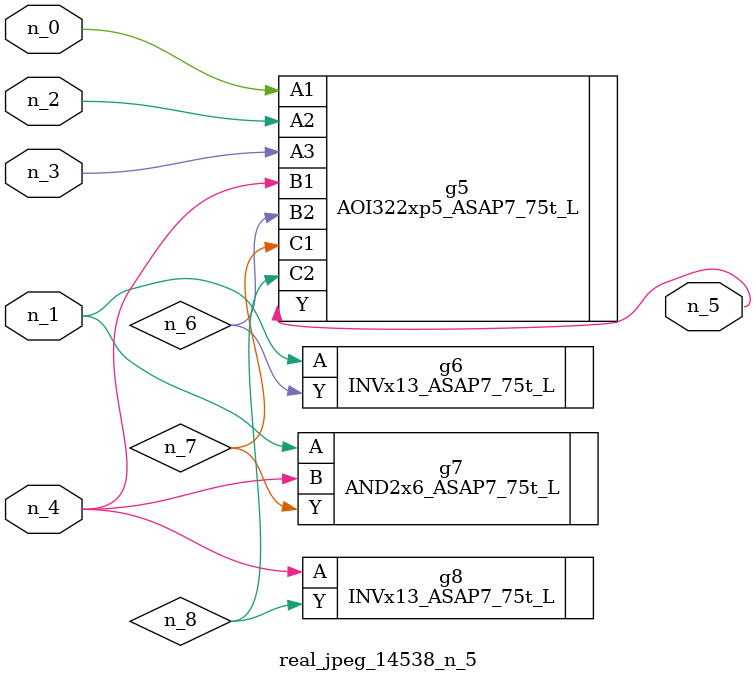
<source format=v>
module real_jpeg_14538_n_5 (n_4, n_0, n_1, n_2, n_3, n_5);

input n_4;
input n_0;
input n_1;
input n_2;
input n_3;

output n_5;

wire n_8;
wire n_6;
wire n_7;

AOI322xp5_ASAP7_75t_L g5 ( 
.A1(n_0),
.A2(n_2),
.A3(n_3),
.B1(n_4),
.B2(n_6),
.C1(n_7),
.C2(n_8),
.Y(n_5)
);

INVx13_ASAP7_75t_L g6 ( 
.A(n_1),
.Y(n_6)
);

AND2x6_ASAP7_75t_L g7 ( 
.A(n_1),
.B(n_4),
.Y(n_7)
);

INVx13_ASAP7_75t_L g8 ( 
.A(n_4),
.Y(n_8)
);


endmodule
</source>
